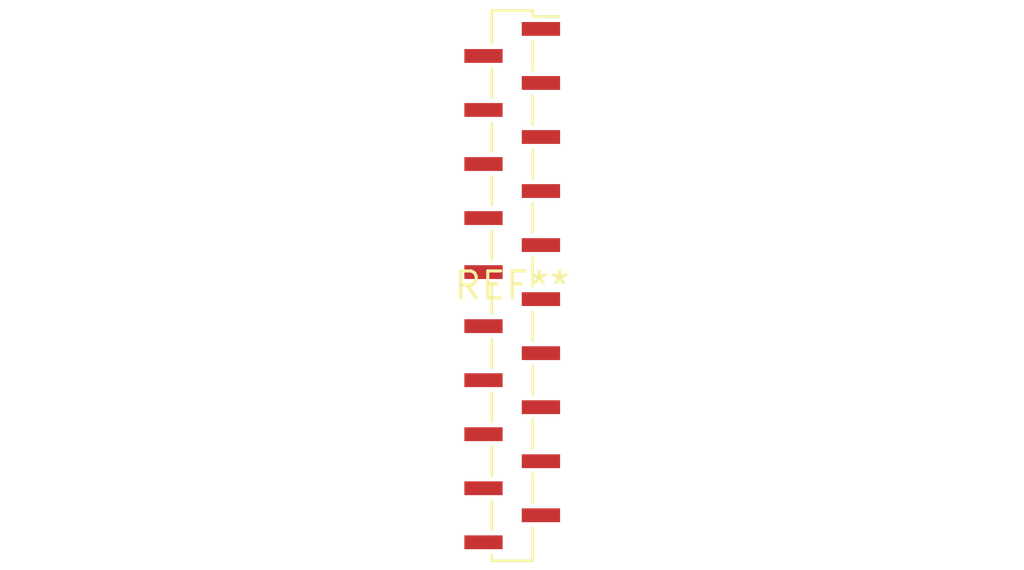
<source format=kicad_pcb>
(kicad_pcb (version 20240108) (generator pcbnew)
  (layers (0 "F.Cu" signal) (31 "B.Cu" signal) (34 "B.Paste" user) (35 "F.Paste" user) (36 "B.SilkS" user "B.Silkscreen") (37 "F.SilkS" user "F.Silkscreen") (38 "B.Mask" user) (39 "F.Mask" user) (44 "Edge.Cuts" user))
  (net 0 "")
  (footprint "PinSocket_1x20_P1.27mm_Vertical_SMD_Pin1Right" (layer "F.Cu") (at 0 0)
    (property "Reference" "REF**")
    (property "Value" "PinSocket_1x20_P1.27mm_Vertical_SMD_Pin1Right")
    (fp_line (start -0.96 -12.935) (end -0.96 -11.38) (layer "F.SilkS") (stroke (width 0.12)))
    (fp_line (start -0.96 -12.935) (end 0.96 -12.935) (layer "F.SilkS") (stroke (width 0.12)))
    (fp_line (start -0.96 -10.21) (end -0.96 -8.84) (layer "F.SilkS") (stroke (width 0.12)))
    (fp_line (start -0.96 -7.67) (end -0.96 -6.3) (layer "F.SilkS") (stroke (width 0.12)))
    (fp_line (start -0.96 -5.13) (end -0.96 -3.76) (layer "F.SilkS") (stroke (width 0.12)))
    (fp_line (start -0.96 -2.59) (end -0.96 -1.22) (layer "F.SilkS") (stroke (width 0.12)))
    (fp_line (start -0.96 -0.05) (end -0.96 1.32) (layer "F.SilkS") (stroke (width 0.12)))
    (fp_line (start -0.96 2.49) (end -0.96 3.86) (layer "F.SilkS") (stroke (width 0.12)))
    (fp_line (start -0.96 5.03) (end -0.96 6.4) (layer "F.SilkS") (stroke (width 0.12)))
    (fp_line (start -0.96 7.57) (end -0.96 8.94) (layer "F.SilkS") (stroke (width 0.12)))
    (fp_line (start -0.96 10.11) (end -0.96 11.48) (layer "F.SilkS") (stroke (width 0.12)))
    (fp_line (start -0.96 12.65) (end -0.96 12.935) (layer "F.SilkS") (stroke (width 0.12)))
    (fp_line (start -0.96 12.935) (end 0.96 12.935) (layer "F.SilkS") (stroke (width 0.12)))
    (fp_line (start 0.96 -12.935) (end 0.96 -12.65) (layer "F.SilkS") (stroke (width 0.12)))
    (fp_line (start 0.96 -12.65) (end 2.19 -12.65) (layer "F.SilkS") (stroke (width 0.12)))
    (fp_line (start 0.96 -11.48) (end 0.96 -10.11) (layer "F.SilkS") (stroke (width 0.12)))
    (fp_line (start 0.96 -8.94) (end 0.96 -7.57) (layer "F.SilkS") (stroke (width 0.12)))
    (fp_line (start 0.96 -6.4) (end 0.96 -5.03) (layer "F.SilkS") (stroke (width 0.12)))
    (fp_line (start 0.96 -3.86) (end 0.96 -2.49) (layer "F.SilkS") (stroke (width 0.12)))
    (fp_line (start 0.96 -1.32) (end 0.96 0.05) (layer "F.SilkS") (stroke (width 0.12)))
    (fp_line (start 0.96 1.22) (end 0.96 2.59) (layer "F.SilkS") (stroke (width 0.12)))
    (fp_line (start 0.96 3.76) (end 0.96 5.13) (layer "F.SilkS") (stroke (width 0.12)))
    (fp_line (start 0.96 6.3) (end 0.96 7.67) (layer "F.SilkS") (stroke (width 0.12)))
    (fp_line (start 0.96 8.84) (end 0.96 10.21) (layer "F.SilkS") (stroke (width 0.12)))
    (fp_line (start 0.96 11.38) (end 0.96 12.935) (layer "F.SilkS") (stroke (width 0.12)))
    (pad "1" smd rect (at 1.35 -12.065) (size 1.8 0.65) (layers "F.Cu" "F.Paste" "F.Mask"))
    (pad "2" smd rect (at -1.35 -10.795) (size 1.8 0.65) (layers "F.Cu" "F.Paste" "F.Mask"))
    (pad "3" smd rect (at 1.35 -9.525) (size 1.8 0.65) (layers "F.Cu" "F.Paste" "F.Mask"))
    (pad "4" smd rect (at -1.35 -8.255) (size 1.8 0.65) (layers "F.Cu" "F.Paste" "F.Mask"))
    (pad "5" smd rect (at 1.35 -6.985) (size 1.8 0.65) (layers "F.Cu" "F.Paste" "F.Mask"))
    (pad "6" smd rect (at -1.35 -5.715) (size 1.8 0.65) (layers "F.Cu" "F.Paste" "F.Mask"))
    (pad "7" smd rect (at 1.35 -4.445) (size 1.8 0.65) (layers "F.Cu" "F.Paste" "F.Mask"))
    (pad "8" smd rect (at -1.35 -3.175) (size 1.8 0.65) (layers "F.Cu" "F.Paste" "F.Mask"))
    (pad "9" smd rect (at 1.35 -1.905) (size 1.8 0.65) (layers "F.Cu" "F.Paste" "F.Mask"))
    (pad "10" smd rect (at -1.35 -0.635) (size 1.8 0.65) (layers "F.Cu" "F.Paste" "F.Mask"))
    (pad "11" smd rect (at 1.35 0.635) (size 1.8 0.65) (layers "F.Cu" "F.Paste" "F.Mask"))
    (pad "12" smd rect (at -1.35 1.905) (size 1.8 0.65) (layers "F.Cu" "F.Paste" "F.Mask"))
    (pad "13" smd rect (at 1.35 3.175) (size 1.8 0.65) (layers "F.Cu" "F.Paste" "F.Mask"))
    (pad "14" smd rect (at -1.35 4.445) (size 1.8 0.65) (layers "F.Cu" "F.Paste" "F.Mask"))
    (pad "15" smd rect (at 1.35 5.715) (size 1.8 0.65) (layers "F.Cu" "F.Paste" "F.Mask"))
    (pad "16" smd rect (at -1.35 6.985) (size 1.8 0.65) (layers "F.Cu" "F.Paste" "F.Mask"))
    (pad "17" smd rect (at 1.35 8.255) (size 1.8 0.65) (layers "F.Cu" "F.Paste" "F.Mask"))
    (pad "18" smd rect (at -1.35 9.525) (size 1.8 0.65) (layers "F.Cu" "F.Paste" "F.Mask"))
    (pad "19" smd rect (at 1.35 10.795) (size 1.8 0.65) (layers "F.Cu" "F.Paste" "F.Mask"))
    (pad "20" smd rect (at -1.35 12.065) (size 1.8 0.65) (layers "F.Cu" "F.Paste" "F.Mask"))
  )
)
</source>
